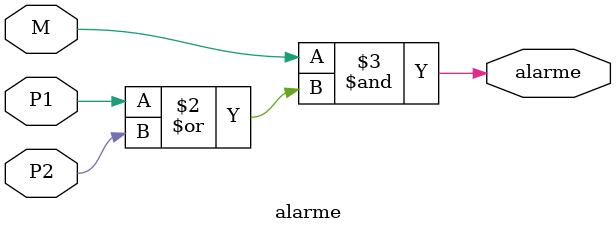
<source format=sv>
module alarme(input logic P1, P2, M,
                   output logic alarme);
  always_comb alarme <= M & (P1 | P2);
                            
endmodule

</source>
